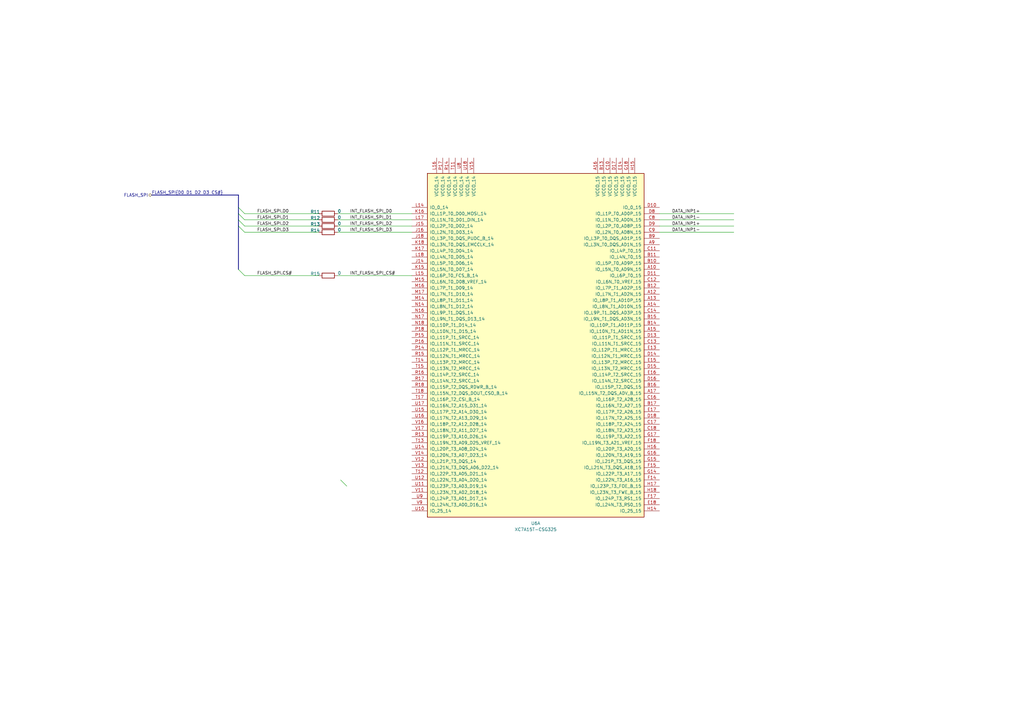
<source format=kicad_sch>
(kicad_sch (version 20231120) (generator "eeschema") (generator_version "8.0")
  (paper "A3")
  (lib_symbols
    (symbol "Device:R" (pin_numbers hide) (pin_names (offset 0))
      (property "Reference" "R" (at 2.032 0 90))
      (property "Value" "R" (at 0 0 90))
      (symbol "R_0_1"
        (rectangle (start -1.016 -2.54) (end 1.016 2.54) (stroke (width 0.254)))
      )
      (symbol "R_1_1"
        (pin passive line (at 0 3.81 270) (length 1.27) (name "~") (number "1"))
        (pin passive line (at 0 -3.81 90) (length 1.27) (name "~") (number "2"))
      )
    )
    (symbol "FPGA_Xilinx_Artix7:XC7A15T-CSG325" (pin_names (offset 1.016))
      (property "Reference" "U" (at 0 1.27 0))
      (property "Value" "XC7A15T-CSG325" (at 0 -1.27 0))
      (symbol "XC7A15T-CSG325_1_1"
        (rectangle (start -44.45 67.31) (end 44.45 -73.66) (stroke (width 0.254)) (fill (type background)))
        (pin bidirectional line (at 50.8 27.94 180) (length 6.35) (name "IO_L5N_T0_AD9N_15") (number "A10"))
        (pin bidirectional line (at 50.8 17.78 180) (length 6.35) (name "IO_L7N_T1_AD2N_15") (number "A12"))
        (pin bidirectional line (at 50.8 15.24 180) (length 6.35) (name "IO_L8P_T1_AD10P_15") (number "A13"))
        (pin bidirectional line (at 50.8 12.7 180) (length 6.35) (name "IO_L8N_T1_AD10N_15") (number "A14"))
        (pin bidirectional line (at 50.8 2.54 180) (length 6.35) (name "IO_L10N_T1_AD11N_15") (number "A15"))
        (pin power_in line (at 25.4 73.66 270) (length 6.35) (name "VCCO_15") (number "A16"))
        (pin bidirectional line (at 50.8 -22.86 180) (length 6.35) (name "IO_L15N_T2_DQS_ADV_B_15") (number "A17"))
        (pin bidirectional line (at 50.8 38.1 180) (length 6.35) (name "IO_L3N_T0_DQS_AD1N_15") (number "A9"))
        (pin bidirectional line (at 50.8 30.48 180) (length 6.35) (name "IO_L5P_T0_AD9P_15") (number "B10"))
        (pin bidirectional line (at 50.8 33.02 180) (length 6.35) (name "IO_L4N_T0_15") (number "B11"))
        (pin bidirectional line (at 50.8 20.32 180) (length 6.35) (name "IO_L7P_T1_AD2P_15") (number "B12"))
        (pin power_in line (at 27.94 73.66 270) (length 6.35) (name "VCCO_15") (number "B13"))
        (pin bidirectional line (at 50.8 5.08 180) (length 6.35) (name "IO_L10P_T1_AD11P_15") (number "B14"))
        (pin bidirectional line (at 50.8 7.62 180) (length 6.35) (name "IO_L9N_T1_DQS_AD3N_15") (number "B15"))
        (pin bidirectional line (at 50.8 -20.32 180) (length 6.35) (name "IO_L15P_T2_DQS_15") (number "B16"))
        (pin bidirectional line (at 50.8 -27.94 180) (length 6.35) (name "IO_L16N_T2_A27_15") (number "B17"))
        (pin bidirectional line (at 50.8 40.64 180) (length 6.35) (name "IO_L3P_T0_DQS_AD1P_15") (number "B9"))
        (pin power_in line (at 30.48 73.66 270) (length 6.35) (name "VCCO_15") (number "C10"))
        (pin bidirectional line (at 50.8 35.56 180) (length 6.35) (name "IO_L4P_T0_15") (number "C11"))
        (pin bidirectional line (at 50.8 22.86 180) (length 6.35) (name "IO_L6N_T0_VREF_15") (number "C12"))
        (pin bidirectional line (at 50.8 -2.54 180) (length 6.35) (name "IO_L11N_T1_SRCC_15") (number "C13"))
        (pin bidirectional line (at 50.8 10.16 180) (length 6.35) (name "IO_L9P_T1_DQS_AD3P_15") (number "C14"))
        (pin bidirectional line (at 50.8 -25.4 180) (length 6.35) (name "IO_L16P_T2_A28_15") (number "C16"))
        (pin bidirectional line (at 50.8 -35.56 180) (length 6.35) (name "IO_L18P_T2_A24_15") (number "C17"))
        (pin bidirectional line (at 50.8 -38.1 180) (length 6.35) (name "IO_L18N_T2_A23_15") (number "C18"))
        (pin bidirectional line (at 50.8 48.26 180) (length 6.35) (name "IO_L1N_T0_AD0N_15") (number "C8"))
        (pin bidirectional line (at 50.8 43.18 180) (length 6.35) (name "IO_L2N_T0_AD8N_15") (number "C9"))
        (pin bidirectional line (at 50.8 53.34 180) (length 6.35) (name "IO_0_15") (number "D10"))
        (pin bidirectional line (at 50.8 25.4 180) (length 6.35) (name "IO_L6P_T0_15") (number "D11"))
        (pin bidirectional line (at 50.8 0 180) (length 6.35) (name "IO_L11P_T1_SRCC_15") (number "D13"))
        (pin bidirectional line (at 50.8 -7.62 180) (length 6.35) (name "IO_L12N_T1_MRCC_15") (number "D14"))
        (pin bidirectional line (at 50.8 -12.7 180) (length 6.35) (name "IO_L13N_T2_MRCC_15") (number "D15"))
        (pin bidirectional line (at 50.8 -17.78 180) (length 6.35) (name "IO_L14N_T2_SRCC_15") (number "D16"))
        (pin power_in line (at 33.02 73.66 270) (length 6.35) (name "VCCO_15") (number "D17"))
        (pin bidirectional line (at 50.8 -33.02 180) (length 6.35) (name "IO_L17N_T2_A25_15") (number "D18"))
        (pin bidirectional line (at 50.8 50.8 180) (length 6.35) (name "IO_L1P_T0_AD0P_15") (number "D8"))
        (pin bidirectional line (at 50.8 45.72 180) (length 6.35) (name "IO_L2P_T0_AD8P_15") (number "D9"))
        (pin bidirectional line (at 50.8 -5.08 180) (length 6.35) (name "IO_L12P_T1_MRCC_15") (number "E13"))
        (pin power_in line (at 35.56 73.66 270) (length 6.35) (name "VCCO_15") (number "E14"))
        (pin bidirectional line (at 50.8 -10.16 180) (length 6.35) (name "IO_L13P_T2_MRCC_15") (number "E15"))
        (pin bidirectional line (at 50.8 -15.24 180) (length 6.35) (name "IO_L14P_T2_SRCC_15") (number "E16"))
        (pin bidirectional line (at 50.8 -30.48 180) (length 6.35) (name "IO_L17P_T2_A26_15") (number "E17"))
        (pin bidirectional line (at 50.8 -68.58 180) (length 6.35) (name "IO_L24N_T3_RS0_15") (number "E18"))
        (pin bidirectional line (at 50.8 -58.42 180) (length 6.35) (name "IO_L22N_T3_A16_15") (number "F14"))
        (pin bidirectional line (at 50.8 -53.34 180) (length 6.35) (name "IO_L21N_T3_DQS_A18_15") (number "F15"))
        (pin bidirectional line (at 50.8 -66.04 180) (length 6.35) (name "IO_L24P_T3_RS1_15") (number "F17"))
        (pin bidirectional line (at 50.8 -43.18 180) (length 6.35) (name "IO_L19N_T3_A21_VREF_15") (number "F18"))
        (pin bidirectional line (at 50.8 -55.88 180) (length 6.35) (name "IO_L22P_T3_A17_15") (number "G14"))
        (pin bidirectional line (at 50.8 -50.8 180) (length 6.35) (name "IO_L21P_T3_DQS_15") (number "G15"))
        (pin bidirectional line (at 50.8 -48.26 180) (length 6.35) (name "IO_L20N_T3_A19_15") (number "G16"))
        (pin bidirectional line (at 50.8 -40.64 180) (length 6.35) (name "IO_L19P_T3_A22_15") (number "G17"))
        (pin power_in line (at 38.1 73.66 270) (length 6.35) (name "VCCO_15") (number "G18"))
        (pin bidirectional line (at 50.8 -71.12 180) (length 6.35) (name "IO_25_15") (number "H14"))
        (pin power_in line (at 40.64 73.66 270) (length 6.35) (name "VCCO_15") (number "H15"))
        (pin bidirectional line (at 50.8 -45.72 180) (length 6.35) (name "IO_L20P_T3_A20_15") (number "H16"))
        (pin bidirectional line (at 50.8 -60.96 180) (length 6.35) (name "IO_L23P_T3_FOE_B_15") (number "H17"))
        (pin bidirectional line (at 50.8 -63.5 180) (length 6.35) (name "IO_L23N_T3_FWE_B_15") (number "H18"))
        (pin bidirectional line (at -50.8 30.48 0) (length 6.35) (name "IO_L5P_T0_D06_14") (number "J14"))
        (pin bidirectional line (at -50.8 45.72 0) (length 6.35) (name "IO_L2P_T0_D02_14") (number "J15"))
        (pin bidirectional line (at -50.8 43.18 0) (length 6.35) (name "IO_L2N_T0_D03_14") (number "J16"))
        (pin bidirectional line (at -50.8 40.64 0) (length 6.35) (name "IO_L3P_T0_DQS_PUDC_B_14") (number "J18"))
        (pin bidirectional line (at -50.8 27.94 0) (length 6.35) (name "IO_L5N_T0_D07_14") (number "K15"))
        (pin bidirectional line (at -50.8 50.8 0) (length 6.35) (name "IO_L1P_T0_D00_MOSI_14") (number "K16"))
        (pin bidirectional line (at -50.8 35.56 0) (length 6.35) (name "IO_L4P_T0_D04_14") (number "K17"))
        (pin bidirectional line (at -50.8 38.1 0) (length 6.35) (name "IO_L3N_T0_DQS_EMCCLK_14") (number "K18"))
        (pin bidirectional line (at -50.8 53.34 0) (length 6.35) (name "IO_0_14") (number "L14"))
        (pin bidirectional line (at -50.8 25.4 0) (length 6.35) (name "IO_L6P_T0_FCS_B_14") (number "L15"))
        (pin power_in line (at -40.64 73.66 270) (length 6.35) (name "VCCO_14") (number "L16"))
        (pin bidirectional line (at -50.8 48.26 0) (length 6.35) (name "IO_L1N_T0_D01_DIN_14") (number "L17"))
        (pin bidirectional line (at -50.8 33.02 0) (length 6.35) (name "IO_L4N_T0_D05_14") (number "L18"))
        (pin bidirectional line (at -50.8 15.24 0) (length 6.35) (name "IO_L8P_T1_D11_14") (number "M14"))
        (pin bidirectional line (at -50.8 22.86 0) (length 6.35) (name "IO_L6N_T0_D08_VREF_14") (number "M15"))
        (pin bidirectional line (at -50.8 20.32 0) (length 6.35) (name "IO_L7P_T1_D09_14") (number "M16"))
        (pin bidirectional line (at -50.8 17.78 0) (length 6.35) (name "IO_L7N_T1_D10_14") (number "M17"))
        (pin bidirectional line (at -50.8 12.7 0) (length 6.35) (name "IO_L8N_T1_D12_14") (number "N14"))
        (pin bidirectional line (at -50.8 10.16 0) (length 6.35) (name "IO_L9P_T1_DQS_14") (number "N16"))
        (pin bidirectional line (at -50.8 7.62 0) (length 6.35) (name "IO_L9N_T1_DQS_D13_14") (number "N17"))
        (pin bidirectional line (at -50.8 5.08 0) (length 6.35) (name "IO_L10P_T1_D14_14") (number "N18"))
        (pin bidirectional line (at -50.8 -5.08 0) (length 6.35) (name "IO_L12P_T1_MRCC_14") (number "P14"))
        (pin bidirectional line (at -50.8 0 0) (length 6.35) (name "IO_L11P_T1_SRCC_14") (number "P15"))
        (pin bidirectional line (at -50.8 -2.54 0) (length 6.35) (name "IO_L11N_T1_SRCC_14") (number "P16"))
        (pin power_in line (at -38.1 73.66 270) (length 6.35) (name "VCCO_14") (number "P17"))
        (pin bidirectional line (at -50.8 2.54 0) (length 6.35) (name "IO_L10N_T1_D15_14") (number "P18"))
        (pin bidirectional line (at -50.8 -40.64 0) (length 6.35) (name "IO_L19P_T3_A10_D26_14") (number "R13"))
        (pin power_in line (at -35.56 73.66 270) (length 6.35) (name "VCCO_14") (number "R14"))
        (pin bidirectional line (at -50.8 -7.62 0) (length 6.35) (name "IO_L12N_T1_MRCC_14") (number "R15"))
        (pin bidirectional line (at -50.8 -15.24 0) (length 6.35) (name "IO_L14P_T2_SRCC_14") (number "R16"))
        (pin bidirectional line (at -50.8 -17.78 0) (length 6.35) (name "IO_L14N_T2_SRCC_14") (number "R17"))
        (pin bidirectional line (at -50.8 -20.32 0) (length 6.35) (name "IO_L15P_T2_DQS_RDWR_B_14") (number "R18"))
        (pin power_in line (at -33.02 73.66 270) (length 6.35) (name "VCCO_14") (number "T11"))
        (pin bidirectional line (at -50.8 -55.88 0) (length 6.35) (name "IO_L22P_T3_A05_D21_14") (number "T12"))
        (pin bidirectional line (at -50.8 -43.18 0) (length 6.35) (name "IO_L19N_T3_A09_D25_VREF_14") (number "T13"))
        (pin bidirectional line (at -50.8 -10.16 0) (length 6.35) (name "IO_L13P_T2_MRCC_14") (number "T14"))
        (pin bidirectional line (at -50.8 -12.7 0) (length 6.35) (name "IO_L13N_T2_MRCC_14") (number "T15"))
        (pin bidirectional line (at -50.8 -25.4 0) (length 6.35) (name "IO_L16P_T2_CSI_B_14") (number "T17"))
        (pin bidirectional line (at -50.8 -22.86 0) (length 6.35) (name "IO_L15N_T2_DQS_DOUT_CSO_B_14") (number "T18"))
        (pin bidirectional line (at -50.8 -71.12 0) (length 6.35) (name "IO_25_14") (number "U10"))
        (pin bidirectional line (at -50.8 -60.96 0) (length 6.35) (name "IO_L23P_T3_A03_D19_14") (number "U11"))
        (pin bidirectional line (at -50.8 -58.42 0) (length 6.35) (name "IO_L22N_T3_A04_D20_14") (number "U12"))
        (pin bidirectional line (at -50.8 -45.72 0) (length 6.35) (name "IO_L20P_T3_A08_D24_14") (number "U14"))
        (pin bidirectional line (at -50.8 -30.48 0) (length 6.35) (name "IO_L17P_T2_A14_D30_14") (number "U15"))
        (pin bidirectional line (at -50.8 -33.02 0) (length 6.35) (name "IO_L17N_T2_A13_D29_14") (number "U16"))
        (pin bidirectional line (at -50.8 -27.94 0) (length 6.35) (name "IO_L16N_T2_A15_D31_14") (number "U17"))
        (pin power_in line (at -27.94 73.66 270) (length 6.35) (name "VCCO_14") (number "U18"))
        (pin power_in line (at -30.48 73.66 270) (length 6.35) (name "VCCO_14") (number "U8"))
        (pin bidirectional line (at -50.8 -66.04 0) (length 6.35) (name "IO_L24P_T3_A01_D17_14") (number "U9"))
        (pin bidirectional line (at -50.8 -63.5 0) (length 6.35) (name "IO_L23N_T3_A02_D18_14") (number "V11"))
        (pin bidirectional line (at -50.8 -50.8 0) (length 6.35) (name "IO_L21P_T3_DQS_14") (number "V12"))
        (pin bidirectional line (at -50.8 -53.34 0) (length 6.35) (name "IO_L21N_T3_DQS_A06_D22_14") (number "V13"))
        (pin bidirectional line (at -50.8 -48.26 0) (length 6.35) (name "IO_L20N_T3_A07_D23_14") (number "V14"))
        (pin power_in line (at -25.4 73.66 270) (length 6.35) (name "VCCO_14") (number "V15"))
        (pin bidirectional line (at -50.8 -35.56 0) (length 6.35) (name "IO_L18P_T2_A12_D28_14") (number "V16"))
        (pin bidirectional line (at -50.8 -38.1 0) (length 6.35) (name "IO_L18N_T2_A11_D27_14") (number "V17"))
        (pin bidirectional line (at -50.8 -68.58 0) (length 6.35) (name "IO_L24N_T3_A00_D16_14") (number "V9"))
      )
      (symbol "XC7A15T-CSG325_2_1"
        (rectangle (start -44.45 67.31) (end 44.45 -73.66) (stroke (width 0.254)) (fill (type background)))
        (pin bidirectional line (at -50.8 43.18 0) (length 6.35) (name "IO_L2N_T0_34") (number "J4"))
        (pin bidirectional line (at -50.8 45.72 0) (length 6.35) (name "IO_L2P_T0_34") (number "J5"))
        (pin bidirectional line (at -50.8 53.34 0) (length 6.35) (name "IO_0_34") (number "J6"))
        (pin bidirectional line (at -50.8 38.1 0) (length 6.35) (name "IO_L3N_T0_DQS_34") (number "K1"))
        (pin bidirectional line (at -50.8 40.64 0) (length 6.35) (name "IO_L3P_T0_DQS_34") (number "K2"))
        (pin bidirectional line (at -50.8 35.56 0) (length 6.35) (name "IO_L4P_T0_34") (number "K3"))
        (pin bidirectional line (at -50.8 48.26 0) (length 6.35) (name "IO_L1N_T0_34") (number "K5"))
        (pin bidirectional line (at -50.8 50.8 0) (length 6.35) (name "IO_L1P_T0_34") (number "K6"))
        (pin bidirectional line (at -50.8 33.02 0) (length 6.35) (name "IO_L4N_T0_34") (number "L2"))
        (pin bidirectional line (at -50.8 27.94 0) (length 6.35) (name "IO_L5N_T0_34") (number "L3"))
        (pin bidirectional line (at -50.8 30.48 0) (length 6.35) (name "IO_L5P_T0_34") (number "L4"))
        (pin bidirectional line (at -50.8 25.4 0) (length 6.35) (name "IO_L6P_T0_34") (number "L5"))
        (pin power_in line (at -40.64 73.66 270) (length 6.35) (name "VCCO_34") (number "L6"))
        (pin bidirectional line (at -50.8 17.78 0) (length 6.35) (name "IO_L7N_T1_34") (number "M1"))
        (pin bidirectional line (at -50.8 20.32 0) (length 6.35) (name "IO_L7P_T1_34") (number "M2"))
        (pin power_in line (at -38.1 73.66 270) (length 6.35) (name "VCCO_34") (number "M3"))
        (pin bidirectional line (at -50.8 5.08 0) (length 6.35) (name "IO_L10P_T1_34") (number "M4"))
        (pin bidirectional line (at -50.8 22.86 0) (length 6.35) (name "IO_L6N_T0_VREF_34") (number "M5"))
        (pin bidirectional line (at -50.8 15.24 0) (length 6.35) (name "IO_L8P_T1_34") (number "M6"))
        (pin bidirectional line (at -50.8 10.16 0) (length 6.35) (name "IO_L9P_T1_DQS_34") (number "N1"))
        (pin bidirectional line (at -50.8 -2.54 0) (length 6.35) (name "IO_L11N_T1_SRCC_34") (number "N2"))
        (pin bidirectional line (at -50.8 0 0) (length 6.35) (name "IO_L11P_T1_SRCC_34") (number "N3"))
        (pin bidirectional line (at -50.8 2.54 0) (length 6.35) (name "IO_L10N_T1_34") (number "N4"))
        (pin bidirectional line (at -50.8 12.7 0) (length 6.35) (name "IO_L8N_T1_34") (number "N6"))
        (pin bidirectional line (at -50.8 7.62 0) (length 6.35) (name "IO_L9N_T1_DQS_34") (number "P1"))
        (pin bidirectional line (at -50.8 -7.62 0) (length 6.35) (name "IO_L12N_T1_MRCC_34") (number "P3"))
        (pin bidirectional line (at -50.8 -5.08 0) (length 6.35) (name "IO_L12P_T1_MRCC_34") (number "P4"))
        (pin bidirectional line (at -50.8 -43.18 0) (length 6.35) (name "IO_L19N_T3_VREF_34") (number "P5"))
        (pin bidirectional line (at -50.8 -40.64 0) (length 6.35) (name "IO_L19P_T3_34") (number "P6"))
        (pin power_in line (at -35.56 73.66 270) (length 6.35) (name "VCCO_34") (number "P7"))
        (pin bidirectional line (at -50.8 -12.7 0) (length 6.35) (name "IO_L13N_T2_MRCC_34") (number "R1"))
        (pin bidirectional line (at -50.8 -10.16 0) (length 6.35) (name "IO_L13P_T2_MRCC_34") (number "R2"))
        (pin bidirectional line (at -50.8 -15.24 0) (length 6.35) (name "IO_L14P_T2_SRCC_34") (number "R3"))
        (pin power_in line (at -33.02 73.66 270) (length 6.35) (name "VCCO_34") (number "R4"))
        (pin bidirectional line (at -50.8 -50.8 0) (length 6.35) (name "IO_L21P_T3_DQS_34") (number "R5"))
        (pin bidirectional line (at -50.8 -71.12 0) (length 6.35) (name "IO_25_34") (number "R6"))
        (pin bidirectional line (at -50.8 -55.88 0) (length 6.35) (name "IO_L22P_T3_34") (number "R7"))
        (pin power_in line (at -30.48 73.66 270) (length 6.35) (name "VCCO_34") (number "T1"))
        (pin bidirectional line (at -50.8 -17.78 0) (length 6.35) (name "IO_L14N_T2_SRCC_34") (number "T2"))
        (pin bidirectional line (at -50.8 -33.02 0) (length 6.35) (name "IO_L17N_T2_34") (number "T3"))
        (pin bidirectional line (at -50.8 -30.48 0) (length 6.35) (name "IO_L17P_T2_34") (number "T4"))
        (pin bidirectional line (at -50.8 -53.34 0) (length 6.35) (name "IO_L21N_T3_DQS_34") (number "T5"))
        (pin bidirectional line (at -50.8 -58.42 0) (length 6.35) (name "IO_L22N_T3_34") (number "T7"))
        (pin bidirectional line (at -50.8 -22.86 0) (length 6.35) (name "IO_L15N_T2_DQS_34") (number "U1"))
        (pin bidirectional line (at -50.8 -20.32 0) (length 6.35) (name "IO_L15P_T2_DQS_34") (number "U2"))
        (pin bidirectional line (at -50.8 -35.56 0) (length 6.35) (name "IO_L18P_T2_34") (number "U4"))
        (pin bidirectional line (at -50.8 -48.26 0) (length 6.35) (name "IO_L20N_T3_34") (number "U5"))
        (pin bidirectional line (at -50.8 -45.72 0) (length 6.35) (name "IO_L20P_T3_34") (number "U6"))
        (pin bidirectional line (at -50.8 -60.96 0) (length 6.35) (name "IO_L23P_T3_34") (number "U7"))
        (pin bidirectional line (at -50.8 -27.94 0) (length 6.35) (name "IO_L16N_T2_34") (number "V2"))
        (pin bidirectional line (at -50.8 -25.4 0) (length 6.35) (name "IO_L16P_T2_34") (number "V3"))
        (pin bidirectional line (at -50.8 -38.1 0) (length 6.35) (name "IO_L18N_T2_34") (number "V4"))
        (pin power_in line (at -27.94 73.66 270) (length 6.35) (name "VCCO_34") (number "V5"))
        (pin bidirectional line (at -50.8 -63.5 0) (length 6.35) (name "IO_L23N_T3_34") (number "V6"))
        (pin bidirectional line (at -50.8 -68.58 0) (length 6.35) (name "IO_L24N_T3_34") (number "V7"))
        (pin bidirectional line (at -50.8 -66.04 0) (length 6.35) (name "IO_L24P_T3_34") (number "V8"))
      )
      (symbol "XC7A15T-CSG325_3_1"
        (rectangle (start -31.75 30.48) (end 31.75 -30.48) (stroke (width 0.254)) (fill (type background)))
        (pin bidirectional line (at -38.1 -2.54 0) (length 6.35) (name "MGTPRXN1_216") (number "A3"))
        (pin bidirectional line (at -38.1 0 0) (length 6.35) (name "MGTPRXP1_216") (number "A4"))
        (pin bidirectional line (at -38.1 10.16 0) (length 6.35) (name "MGTPTXN3_216") (number "B1"))
        (pin bidirectional line (at -38.1 12.7 0) (length 6.35) (name "MGTPTXP3_216") (number "B2"))
        (pin bidirectional line (at -38.1 -25.4 0) (length 6.35) (name "MGTREFCLK1N_216") (number "B5"))
        (pin bidirectional line (at -38.1 -22.86 0) (length 6.35) (name "MGTREFCLK1P_216") (number "B6"))
        (pin bidirectional line (at -38.1 -7.62 0) (length 6.35) (name "MGTPRXN2_216") (number "C3"))
        (pin bidirectional line (at -38.1 -5.08 0) (length 6.35) (name "MGTPRXP2_216") (number "C4"))
        (pin bidirectional line (at -38.1 15.24 0) (length 6.35) (name "MGTPTXN2_216") (number "D1"))
        (pin bidirectional line (at -38.1 17.78 0) (length 6.35) (name "MGTPTXP2_216") (number "D2"))
        (pin bidirectional line (at -38.1 -20.32 0) (length 6.35) (name "MGTREFCLK0N_216") (number "D5"))
        (pin bidirectional line (at -38.1 -17.78 0) (length 6.35) (name "MGTREFCLK0P_216") (number "D6"))
        (pin bidirectional line (at -38.1 2.54 0) (length 6.35) (name "MGTPRXN0_216") (number "E3"))
        (pin bidirectional line (at -38.1 5.08 0) (length 6.35) (name "MGTPRXP0_216") (number "E4"))
        (pin bidirectional line (at -38.1 20.32 0) (length 6.35) (name "MGTPTXN1_216") (number "F1"))
        (pin bidirectional line (at -38.1 22.86 0) (length 6.35) (name "MGTPTXP1_216") (number "F2"))
        (pin bidirectional line (at -38.1 -12.7 0) (length 6.35) (name "MGTPRXN3_216") (number "G3"))
        (pin bidirectional line (at -38.1 -10.16 0) (length 6.35) (name "MGTPRXP3_216") (number "G4"))
        (pin bidirectional line (at -38.1 25.4 0) (length 6.35) (name "MGTPTXN0_216") (number "H1"))
        (pin bidirectional line (at -38.1 27.94 0) (length 6.35) (name "MGTPTXP0_216") (number "H2"))
      )
      (symbol "XC7A15T-CSG325_4_1"
        (rectangle (start -31.75 10.16) (end 31.75 -10.16) (stroke (width 0.254)) (fill (type background)))
        (pin power_in line (at 38.1 7.62 180) (length 6.35) (name "MGTAVTT") (number "A2"))
        (pin power_in line (at 38.1 -7.62 180) (length 6.35) (name "MGTRREF_216") (number "A6"))
        (pin power_in line (at -38.1 7.62 0) (length 6.35) (name "MGTAVCC") (number "B4"))
        (pin power_in line (at 38.1 5.08 180) (length 6.35) (name "MGTAVTT") (number "C1"))
        (pin power_in line (at -38.1 5.08 0) (length 6.35) (name "MGTAVCC") (number "C5"))
        (pin power_in line (at 38.1 2.54 180) (length 6.35) (name "MGTAVTT") (number "E1"))
        (pin power_in line (at -38.1 2.54 0) (length 6.35) (name "MGTAVCC") (number "E5"))
        (pin power_in line (at 38.1 0 180) (length 6.35) (name "MGTAVTT") (number "F3"))
        (pin power_in line (at -38.1 0 0) (length 6.35) (name "MGTAVCC") (number "F5"))
        (pin power_in line (at 38.1 -2.54 180) (length 6.35) (name "MGTAVTT") (number "G2"))
      )
      (symbol "XC7A15T-CSG325_5_1"
        (rectangle (start -31.75 34.29) (end 31.75 -40.64) (stroke (width 0.254)) (fill (type background)))
        (pin power_in line (at 25.4 40.64 270) (length 6.35) (name "VCCO_0") (number "E10"))
        (pin bidirectional line (at 38.1 -15.24 180) (length 6.35) (name "CFGBVS_0") (number "E12"))
        (pin bidirectional line (at 38.1 7.62 180) (length 6.35) (name "CCLK_0") (number "E8"))
        (pin bidirectional line (at 38.1 -5.08 180) (length 6.35) (name "DONE_0") (number "F12"))
        (pin bidirectional line (at 38.1 0 180) (length 6.35) (name "M2_0") (number "F13"))
        (pin bidirectional line (at 38.1 12.7 180) (length 6.35) (name "TCK_0") (number "F8"))
        (pin bidirectional line (at 38.1 -20.32 180) (length 6.35) (name "VP_0") (number "K10"))
        (pin bidirectional line (at 38.1 -30.48 180) (length 6.35) (name "VREFN_0") (number "K9"))
        (pin bidirectional line (at 38.1 -27.94 180) (length 6.35) (name "VREFP_0") (number "L10"))
        (pin bidirectional line (at 38.1 -22.86 180) (length 6.35) (name "VN_0") (number "L9"))
        (pin bidirectional line (at 38.1 -35.56 180) (length 6.35) (name "DXP_0") (number "M10"))
        (pin bidirectional line (at 38.1 -38.1 180) (length 6.35) (name "DXN_0") (number "M9"))
        (pin bidirectional line (at 38.1 -10.16 180) (length 6.35) (name "PROGRAM_B_0") (number "P10"))
        (pin power_in line (at 27.94 40.64 270) (length 6.35) (name "VCCO_0") (number "R10"))
        (pin bidirectional line (at 38.1 2.54 180) (length 6.35) (name "M1_0") (number "R11"))
        (pin bidirectional line (at 38.1 5.08 180) (length 6.35) (name "M0_0") (number "R12"))
        (pin bidirectional line (at 38.1 15.24 180) (length 6.35) (name "TMS_0") (number "R8"))
        (pin bidirectional line (at 38.1 -7.62 180) (length 6.35) (name "INIT_B_0") (number "T10"))
        (pin bidirectional line (at 38.1 17.78 180) (length 6.35) (name "TDO_0") (number "T8"))
        (pin bidirectional line (at 38.1 20.32 180) (length 6.35) (name "TDI_0") (number "T9"))
      )
      (symbol "XC7A15T-CSG325_6_1"
        (rectangle (start -19.05 73.66) (end 19.05 -73.66) (stroke (width 0.254)) (fill (type background)))
        (pin power_in line (at -25.4 22.86 0) (length 6.35) (name "GND") (number "A1"))
        (pin power_in line (at -25.4 12.7 0) (length 6.35) (name "GND") (number "A11"))
        (pin power_in line (at -25.4 10.16 0) (length 6.35) (name "GND") (number "A18"))
        (pin power_in line (at -25.4 20.32 0) (length 6.35) (name "GND") (number "A5"))
        (pin power_in line (at -25.4 17.78 0) (length 6.35) (name "GND") (number "A7"))
        (pin power_in line (at -25.4 15.24 0) (length 6.35) (name "GND") (number "A8"))
        (pin power_in line (at -25.4 0 0) (length 6.35) (name "GND") (number "B18"))
        (pin power_in line (at -25.4 7.62 0) (length 6.35) (name "GND") (number "B3"))
        (pin power_in line (at -25.4 5.08 0) (length 6.35) (name "GND") (number "B7"))
        (pin power_in line (at -25.4 2.54 0) (length 6.35) (name "GND") (number "B8"))
        (pin power_in line (at -25.4 -10.16 0) (length 6.35) (name "GND") (number "C15"))
        (pin power_in line (at -25.4 -2.54 0) (length 6.35) (name "GND") (number "C2"))
        (pin power_in line (at -25.4 -5.08 0) (length 6.35) (name "GND") (number "C6"))
        (pin power_in line (at -25.4 -7.62 0) (length 6.35) (name "GND") (number "C7"))
        (pin power_in line (at -25.4 -20.32 0) (length 6.35) (name "GND") (number "D12"))
        (pin power_in line (at -25.4 -12.7 0) (length 6.35) (name "GND") (number "D3"))
        (pin power_in line (at -25.4 -15.24 0) (length 6.35) (name "GND") (number "D4"))
        (pin power_in line (at -25.4 -17.78 0) (length 6.35) (name "GND") (number "D7"))
        (pin power_in line (at -25.4 50.8 0) (length 6.35) (name "VCCBATT_0") (number "E11"))
        (pin power_in line (at -25.4 -22.86 0) (length 6.35) (name "GND") (number "E2"))
        (pin power_in line (at -25.4 -25.4 0) (length 6.35) (name "GND") (number "E6"))
        (pin power_in line (at -25.4 -27.94 0) (length 6.35) (name "GND") (number "E7"))
        (pin power_in line (at -25.4 -30.48 0) (length 6.35) (name "GND") (number "E9"))
        (pin power_in line (at -25.4 -38.1 0) (length 6.35) (name "GND") (number "F10"))
        (pin power_in line (at -25.4 48.26 0) (length 6.35) (name "VCCBRAM") (number "F11"))
        (pin power_in line (at -25.4 -40.64 0) (length 6.35) (name "GND") (number "F16"))
        (pin power_in line (at -25.4 -33.02 0) (length 6.35) (name "GND") (number "F4"))
        (pin power_in line (at -25.4 -35.56 0) (length 6.35) (name "GND") (number "F6"))
        (pin power_in line (at 25.4 71.12 180) (length 6.35) (name "VCCINT") (number "F7"))
        (pin power_in line (at 25.4 68.58 180) (length 6.35) (name "VCCINT") (number "F9"))
        (pin power_in line (at -25.4 -43.18 0) (length 6.35) (name "GND") (number "G1"))
        (pin power_in line (at -25.4 45.72 0) (length 6.35) (name "VCCBRAM") (number "G10"))
        (pin power_in line (at -25.4 -55.88 0) (length 6.35) (name "GND") (number "G11"))
        (pin power_in line (at -25.4 71.12 0) (length 6.35) (name "VCCAUX") (number "G12"))
        (pin power_in line (at -25.4 -58.42 0) (length 6.35) (name "GND") (number "G13"))
        (pin power_in line (at -25.4 -45.72 0) (length 6.35) (name "GND") (number "G5"))
        (pin power_in line (at -25.4 -48.26 0) (length 6.35) (name "GND") (number "G6"))
        (pin power_in line (at -25.4 -50.8 0) (length 6.35) (name "GND") (number "G7"))
        (pin power_in line (at 25.4 66.04 180) (length 6.35) (name "VCCINT") (number "G8"))
        (pin power_in line (at -25.4 -53.34 0) (length 6.35) (name "GND") (number "G9"))
        (pin power_in line (at 25.4 20.32 180) (length 6.35) (name "GND") (number "H10"))
        (pin power_in line (at -25.4 43.18 0) (length 6.35) (name "VCCBRAM") (number "H11"))
        (pin power_in line (at 25.4 17.78 180) (length 6.35) (name "GND") (number "H12"))
        (pin power_in line (at -25.4 68.58 0) (length 6.35) (name "VCCAUX") (number "H13"))
        (pin power_in line (at -25.4 -60.96 0) (length 6.35) (name "GND") (number "H3"))
        (pin power_in line (at -25.4 -63.5 0) (length 6.35) (name "GND") (number "H4"))
        (pin power_in line (at -25.4 -66.04 0) (length 6.35) (name "GND") (number "H5"))
        (pin power_in line (at -25.4 -68.58 0) (length 6.35) (name "GND") (number "H6"))
        (pin power_in line (at 25.4 63.5 180) (length 6.35) (name "VCCINT") (number "H7"))
        (pin power_in line (at -25.4 -71.12 0) (length 6.35) (name "GND") (number "H8"))
        (pin power_in line (at 25.4 60.96 180) (length 6.35) (name "VCCINT") (number "H9"))
        (pin power_in line (at 25.4 15.24 180) (length 6.35) (name "GND") (number "J1"))
        (pin power_in line (at -25.4 53.34 0) (length 6.35) (name "VCCADC_0") (number "J10"))
        (pin power_in line (at 25.4 5.08 180) (length 6.35) (name "GND") (number "J11"))
        (pin power_in line (at 25.4 55.88 180) (length 6.35) (name "VCCINT") (number "J12"))
        (pin power_in line (at 25.4 2.54 180) (length 6.35) (name "GND") (number "J13"))
        (pin power_in line (at 25.4 0 180) (length 6.35) (name "GND") (number "J17"))
        (pin power_in line (at 25.4 12.7 180) (length 6.35) (name "GND") (number "J2"))
        (pin power_in line (at 25.4 10.16 180) (length 6.35) (name "GND") (number "J3"))
        (pin power_in line (at 25.4 7.62 180) (length 6.35) (name "GND") (number "J7"))
        (pin power_in line (at 25.4 58.42 180) (length 6.35) (name "VCCINT") (number "J8"))
        (pin power_in line (at -25.4 55.88 0) (length 6.35) (name "GNDADC_0") (number "J9"))
        (pin power_in line (at 25.4 50.8 180) (length 6.35) (name "VCCINT") (number "K11"))
        (pin power_in line (at 25.4 -7.62 180) (length 6.35) (name "GND") (number "K12"))
        (pin power_in line (at -25.4 66.04 0) (length 6.35) (name "VCCAUX") (number "K13"))
        (pin power_in line (at 25.4 -10.16 180) (length 6.35) (name "GND") (number "K14"))
        (pin power_in line (at 25.4 -2.54 180) (length 6.35) (name "GND") (number "K4"))
        (pin power_in line (at 25.4 53.34 180) (length 6.35) (name "VCCINT") (number "K7"))
        (pin power_in line (at 25.4 -5.08 180) (length 6.35) (name "GND") (number "K8"))
        (pin power_in line (at 25.4 -12.7 180) (length 6.35) (name "GND") (number "L1"))
        (pin power_in line (at 25.4 -17.78 180) (length 6.35) (name "GND") (number "L11"))
        (pin power_in line (at 25.4 45.72 180) (length 6.35) (name "VCCINT") (number "L12"))
        (pin power_in line (at 25.4 -20.32 180) (length 6.35) (name "GND") (number "L13"))
        (pin power_in line (at 25.4 -15.24 180) (length 6.35) (name "GND") (number "L7"))
        (pin power_in line (at 25.4 48.26 180) (length 6.35) (name "VCCINT") (number "L8"))
        (pin power_in line (at 25.4 40.64 180) (length 6.35) (name "VCCINT") (number "M11"))
        (pin power_in line (at 25.4 -25.4 180) (length 6.35) (name "GND") (number "M12"))
        (pin power_in line (at -25.4 63.5 0) (length 6.35) (name "VCCAUX") (number "M13"))
        (pin power_in line (at 25.4 -27.94 180) (length 6.35) (name "GND") (number "M18"))
        (pin power_in line (at 25.4 43.18 180) (length 6.35) (name "VCCINT") (number "M7"))
        (pin power_in line (at 25.4 -22.86 180) (length 6.35) (name "GND") (number "M8"))
        (pin power_in line (at 25.4 35.56 180) (length 6.35) (name "VCCINT") (number "N10"))
        (pin power_in line (at 25.4 -38.1 180) (length 6.35) (name "GND") (number "N11"))
        (pin power_in line (at 25.4 33.02 180) (length 6.35) (name "VCCINT") (number "N12"))
        (pin power_in line (at 25.4 -40.64 180) (length 6.35) (name "GND") (number "N13"))
        (pin power_in line (at 25.4 -43.18 180) (length 6.35) (name "GND") (number "N15"))
        (pin power_in line (at 25.4 -30.48 180) (length 6.35) (name "GND") (number "N5"))
        (pin power_in line (at 25.4 -33.02 180) (length 6.35) (name "GND") (number "N7"))
        (pin power_in line (at 25.4 38.1 180) (length 6.35) (name "VCCINT") (number "N8"))
        (pin power_in line (at 25.4 -35.56 180) (length 6.35) (name "GND") (number "N9"))
        (pin power_in line (at 25.4 27.94 180) (length 6.35) (name "VCCINT") (number "P11"))
        (pin power_in line (at 25.4 -50.8 180) (length 6.35) (name "GND") (number "P12"))
        (pin power_in line (at -25.4 60.96 0) (length 6.35) (name "VCCAUX") (number "P13"))
        (pin power_in line (at 25.4 -45.72 180) (length 6.35) (name "GND") (number "P2"))
        (pin power_in line (at 25.4 -48.26 180) (length 6.35) (name "GND") (number "P8"))
        (pin power_in line (at 25.4 30.48 180) (length 6.35) (name "VCCINT") (number "P9"))
        (pin power_in line (at 25.4 -53.34 180) (length 6.35) (name "GND") (number "R9"))
        (pin power_in line (at 25.4 -58.42 180) (length 6.35) (name "GND") (number "T16"))
        (pin power_in line (at 25.4 -55.88 180) (length 6.35) (name "GND") (number "T6"))
        (pin power_in line (at 25.4 -63.5 180) (length 6.35) (name "GND") (number "U13"))
        (pin power_in line (at 25.4 -60.96 180) (length 6.35) (name "GND") (number "U3"))
        (pin power_in line (at 25.4 -66.04 180) (length 6.35) (name "GND") (number "V1"))
        (pin power_in line (at 25.4 -68.58 180) (length 6.35) (name "GND") (number "V10"))
        (pin power_in line (at 25.4 -71.12 180) (length 6.35) (name "GND") (number "V18"))
      )
    )
  )
  (bus_entry (at 97.79 87.63) (size 2.54 2.54))
  (bus_entry (at 97.79 90.17) (size 2.54 2.54))
  (bus_entry (at 97.79 92.71) (size 2.54 2.54))
  (bus_entry (at 139.7 196.85) (size 2.54 2.54))
  (bus_entry (at 97.79 85.09) (size 2.54 2.54))
  (bus_entry (at 97.79 110.49) (size 2.54 2.54))
  (wire (pts (xy 100.33 95.25) (xy 130.81 95.25)))
  (wire (pts (xy 270.51 87.63) (xy 300.99 87.63)))
  (wire (pts (xy 100.33 87.63) (xy 130.81 87.63)))
  (wire (pts (xy 138.43 92.71) (xy 168.91 92.71)))
  (bus (pts (xy 97.79 85.09) (xy 97.79 87.63)))
  (bus (pts (xy 97.79 80.01) (xy 97.79 85.09)))
  (wire (pts (xy 100.33 113.03) (xy 130.81 113.03)))
  (wire (pts (xy 270.51 95.25) (xy 300.99 95.25)))
  (wire (pts (xy 138.43 113.03) (xy 168.91 113.03)))
  (bus (pts (xy 97.79 90.17) (xy 97.79 92.71)))
  (wire (pts (xy 138.43 95.25) (xy 168.91 95.25)))
  (wire (pts (xy 138.43 90.17) (xy 168.91 90.17)))
  (bus (pts (xy 62.23 80.01) (xy 97.79 80.01)))
  (bus (pts (xy 97.79 92.71) (xy 97.79 110.49)))
  (wire (pts (xy 100.33 90.17) (xy 130.81 90.17)))
  (wire (pts (xy 270.51 90.17) (xy 300.99 90.17)))
  (wire (pts (xy 138.43 87.63) (xy 168.91 87.63)))
  (wire (pts (xy 270.51 92.71) (xy 300.99 92.71)))
  (wire (pts (xy 100.33 92.71) (xy 130.81 92.71)))
  (bus (pts (xy 97.79 87.63) (xy 97.79 90.17)))
  (label "FLASH_SPI{D0 D1 D2 D3 CS#}" (at 62.23 80.01 0))
  (label "FLASH_SPI.D0" (at 105.41 87.63 0))
  (label "FLASH_SPI.D1" (at 105.41 90.17 0))
  (label "INT_FLASH_SPI_D0" (at 143.51 87.63 0))
  (label "INT_FLASH_SPI_D2" (at 143.51 92.71 0))
  (label "DATA_INP1+" (at 275.59 87.63 0))
  (label "DATA_INP1-" (at 275.59 95.25 0))
  (label "INT_FLASH_SPI_D1" (at 143.51 90.17 0))
  (label "DATA_INP1-" (at 275.59 90.17 0))
  (label "FLASH_SPI.D3" (at 105.41 95.25 0))
  (label "FLASH_SPI.D2" (at 105.41 92.71 0))
  (label "INT_FLASH_SPI_CS#" (at 143.51 113.03 0))
  (label "FLASH_SPI.CS#" (at 105.41 113.03 0))
  (label "INT_FLASH_SPI_D3" (at 143.51 95.25 0))
  (label "DATA_INP1+" (at 275.59 92.71 0))
  (hierarchical_label "FLASH_SPI" (shape bidirectional) (at 62.23 80.01 180))
  (symbol (lib_id "Device:R") (at 134.62 113.03 90) (unit 1)
    (property "Reference" "R15" (at 129.286 112.268 90))
    (property "Value" "0" (at 139.192 112.014 90))
    (property "Footprint" "Resistor_SMD:R_0402_1005Metric_Pad0.72x0.64mm_HandSolder" (effects (hide yes)))
    (property "LCSC" "C226391" (effects (hide yes)))
  )
  (symbol (lib_id "Device:R") (at 134.62 87.63 90) (unit 1)
    (property "Reference" "R11" (at 129.286 86.868 90))
    (property "Value" "0" (at 139.192 86.614 90))
    (property "Footprint" "Resistor_SMD:R_0402_1005Metric_Pad0.72x0.64mm_HandSolder" (effects (hide yes)))
    (property "LCSC" "C226391" (effects (hide yes)))
  )
  (symbol (lib_id "Device:R") (at 134.62 92.71 90) (unit 1)
    (property "Reference" "R13" (at 129.286 91.948 90))
    (property "Value" "0" (at 139.192 91.694 90))
    (property "Footprint" "Resistor_SMD:R_0402_1005Metric_Pad0.72x0.64mm_HandSolder" (effects (hide yes)))
    (property "LCSC" "C226391" (effects (hide yes)))
  )
  (symbol (lib_id "Device:R") (at 134.62 95.25 90) (unit 1)
    (property "Reference" "R14" (at 129.286 94.488 90))
    (property "Value" "0" (at 139.192 94.234 90))
    (property "Footprint" "Resistor_SMD:R_0402_1005Metric_Pad0.72x0.64mm_HandSolder" (effects (hide yes)))
    (property "LCSC" "C226391" (effects (hide yes)))
  )
  (symbol (lib_id "FPGA_Xilinx_Artix7:XC7A15T-CSG325") (at 219.71 138.43 0) (unit 1)
    (property "Reference" "U6" (at 219.71 214.63 0))
    (property "Value" "XC7A15T-CSG325" (at 219.71 217.17 0))
    (property "Footprint" "Package_BGA:Xilinx_CSG325" (effects (hide yes)))
    (property "Description" "Artix 7 T 15 XC7A15T-CSG325" (effects (hide yes)))
  )
  (symbol (lib_id "Device:R") (at 134.62 90.17 90) (unit 1)
    (property "Reference" "R12" (at 129.286 89.408 90))
    (property "Value" "0" (at 139.192 89.154 90))
    (property "Footprint" "Resistor_SMD:R_0402_1005Metric_Pad0.72x0.64mm_HandSolder" (effects (hide yes)))
    (property "LCSC" "C226391" (effects (hide yes)))
  )
)
</source>
